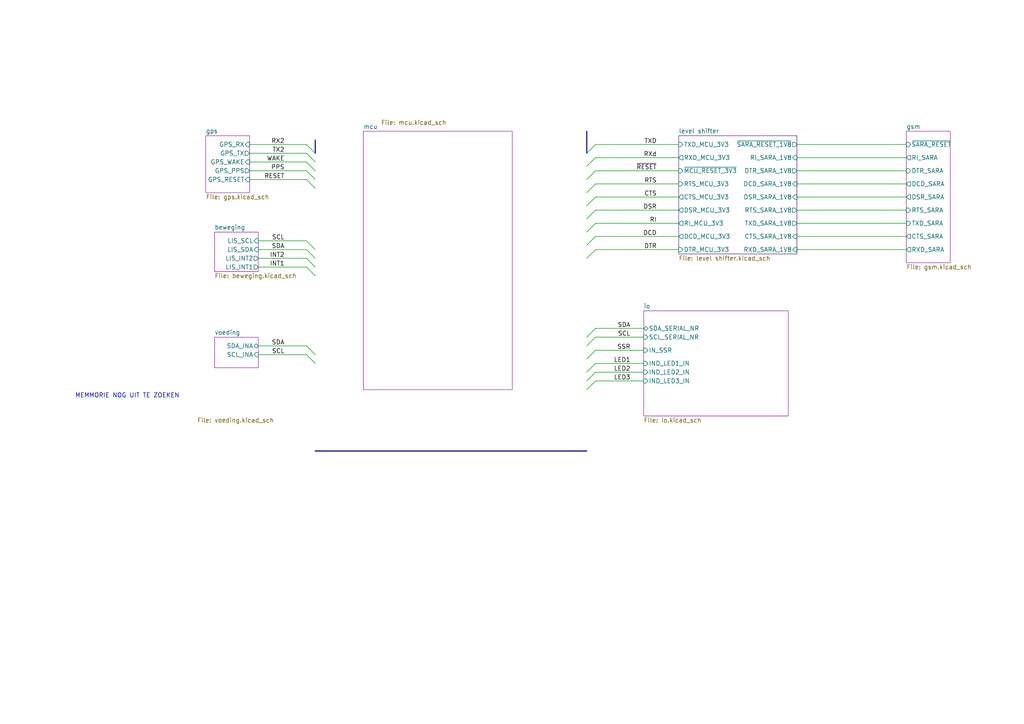
<source format=kicad_sch>
(kicad_sch (version 20210126) (generator eeschema)
  (paper "A4")
  (title_block (title "Asset tracker") (date "2021-04-22") (rev "V0") (company "eurocircutis"))
  (lib_symbols)
  (bus_entry (at 88.9 41.91) (size 2.54 2.54) (stroke (width 0.1524)))
  (bus_entry (at 88.9 44.45) (size 2.54 2.54) (stroke (width 0.1524)))
  (bus_entry (at 88.9 46.99) (size 2.54 2.54) (stroke (width 0.1524)))
  (bus_entry (at 88.9 49.53) (size 2.54 2.54) (stroke (width 0.1524)))
  (bus_entry (at 88.9 52.07) (size 2.54 2.54) (stroke (width 0.1524)))
  (bus_entry (at 88.9 69.85) (size 2.54 2.54) (stroke (width 0.1524)))
  (bus_entry (at 88.9 72.39) (size 2.54 2.54) (stroke (width 0.1524)))
  (bus_entry (at 88.9 74.93) (size 2.54 2.54) (stroke (width 0.1524)))
  (bus_entry (at 88.9 77.47) (size 2.54 2.54) (stroke (width 0.1524)))
  (bus_entry (at 88.9 100.33) (size 2.54 2.54) (stroke (width 0.1524)))
  (bus_entry (at 88.9 102.87) (size 2.54 2.54) (stroke (width 0.1524)))
  (bus_entry (at 170.18 44.45) (size 2.54 -2.54) (stroke (width 0.1524)))
  (bus_entry (at 170.18 48.26) (size 2.54 -2.54) (stroke (width 0.1524)))
  (bus_entry (at 170.18 97.79) (size 2.54 -2.54) (stroke (width 0.1524)))
  (bus_entry (at 170.18 100.33) (size 2.54 -2.54) (stroke (width 0.1524)))
  (bus_entry (at 170.18 104.14) (size 2.54 -2.54) (stroke (width 0.1524)))
  (bus_entry (at 170.18 107.95) (size 2.54 -2.54) (stroke (width 0.1524)))
  (bus_entry (at 170.18 110.49) (size 2.54 -2.54) (stroke (width 0.1524)))
  (bus_entry (at 170.18 113.03) (size 2.54 -2.54) (stroke (width 0.1524)))
  (bus_entry (at 172.72 49.53) (size -2.54 2.54) (stroke (width 0.1524)))
  (bus_entry (at 172.72 53.34) (size -2.54 2.54) (stroke (width 0.1524)))
  (bus_entry (at 172.72 57.15) (size -2.54 2.54) (stroke (width 0.1524)))
  (bus_entry (at 172.72 60.96) (size -2.54 2.54) (stroke (width 0.1524)))
  (bus_entry (at 172.72 64.77) (size -2.54 2.54) (stroke (width 0.1524)))
  (bus_entry (at 172.72 68.58) (size -2.54 2.54) (stroke (width 0.1524)))
  (bus_entry (at 172.72 72.39) (size -2.54 2.54) (stroke (width 0.1524)))
  (wire (pts (xy 72.39 41.91) (xy 88.9 41.91)))
  (wire (pts (xy 72.39 44.45) (xy 88.9 44.45)))
  (wire (pts (xy 72.39 46.99) (xy 88.9 46.99)))
  (wire (pts (xy 72.39 49.53) (xy 88.9 49.53)))
  (wire (pts (xy 72.39 52.07) (xy 88.9 52.07)))
  (wire (pts (xy 74.93 69.85) (xy 88.9 69.85)))
  (wire (pts (xy 74.93 72.39) (xy 88.9 72.39)))
  (wire (pts (xy 74.93 74.93) (xy 88.9 74.93)))
  (wire (pts (xy 74.93 77.47) (xy 88.9 77.47)))
  (wire (pts (xy 74.93 100.33) (xy 88.9 100.33)))
  (wire (pts (xy 74.93 102.87) (xy 88.9 102.87)))
  (wire (pts (xy 172.72 41.91) (xy 196.85 41.91)))
  (wire (pts (xy 172.72 45.72) (xy 196.85 45.72)))
  (wire (pts (xy 172.72 49.53) (xy 196.85 49.53)))
  (wire (pts (xy 172.72 53.34) (xy 196.85 53.34)))
  (wire (pts (xy 172.72 57.15) (xy 196.85 57.15)))
  (wire (pts (xy 172.72 60.96) (xy 196.85 60.96)))
  (wire (pts (xy 172.72 64.77) (xy 196.85 64.77)))
  (wire (pts (xy 172.72 68.58) (xy 196.85 68.58)))
  (wire (pts (xy 172.72 72.39) (xy 196.85 72.39)))
  (wire (pts (xy 172.72 95.25) (xy 186.69 95.25)))
  (wire (pts (xy 172.72 97.79) (xy 186.69 97.79)))
  (wire (pts (xy 172.72 101.6) (xy 186.69 101.6)))
  (wire (pts (xy 172.72 105.41) (xy 186.69 105.41)))
  (wire (pts (xy 172.72 107.95) (xy 186.69 107.95)))
  (wire (pts (xy 172.72 110.49) (xy 186.69 110.49)))
  (wire (pts (xy 231.14 41.91) (xy 262.89 41.91)))
  (wire (pts (xy 231.14 45.72) (xy 262.89 45.72)))
  (wire (pts (xy 231.14 49.53) (xy 262.89 49.53)))
  (wire (pts (xy 231.14 53.34) (xy 262.89 53.34)))
  (wire (pts (xy 231.14 57.15) (xy 262.89 57.15)))
  (wire (pts (xy 231.14 60.96) (xy 262.89 60.96)))
  (wire (pts (xy 231.14 64.77) (xy 262.89 64.77)))
  (wire (pts (xy 231.14 68.58) (xy 262.89 68.58)))
  (wire (pts (xy 231.14 72.39) (xy 262.89 72.39)))
  (bus (pts (xy 91.44 40.64) (xy 91.44 130.81)))
  (bus (pts (xy 91.44 130.81) (xy 170.18 130.81)))
  (bus (pts (xy 170.18 38.1) (xy 170.18 130.81)))
  (text "MEMMORIE NOG UIT TE ZOEKEN\n" (at 52.07 115.57 180) (effects (font (size 1.27 1.27)) (justify right bottom)))
  (label "RX2" (at 82.55 41.91 180))
  (label "TX2" (at 82.55 44.45 180))
  (label "WAKE" (at 82.55 46.99 180))
  (label "PPS" (at 82.55 49.53 180))
  (label "RESET" (at 82.55 52.07 180))
  (label "SCL" (at 82.55 69.85 180))
  (label "SDA" (at 82.55 72.39 180))
  (label "INT2" (at 82.55 74.93 180))
  (label "INT1" (at 82.55 77.47 180))
  (label "SDA" (at 82.55 100.33 180))
  (label "SCL" (at 82.55 102.87 180))
  (label "SDA" (at 182.88 95.25 180))
  (label "SCL" (at 182.88 97.79 180))
  (label "SSR" (at 182.88 101.6 180))
  (label "LED1" (at 182.88 105.41 180))
  (label "LED2" (at 182.88 107.95 180))
  (label "LED3" (at 182.88 110.49 180))
  (label "TXD" (at 190.5 41.91 180))
  (label "RXd" (at 190.5 45.72 180))
  (label "~RESET" (at 190.5 49.53 180))
  (label "RTS" (at 190.5 53.34 180))
  (label "CTS" (at 190.5 57.15 180))
  (label "DSR" (at 190.5 60.96 180))
  (label "RI" (at 190.5 64.77 180))
  (label "DCD" (at 190.5 68.58 180))
  (label "DTR" (at 190.5 72.39 180))
  (sheet (at 62.23 67.31) (size 12.7 11.43) (stroke (width 0.0006) (color 132 0 132 1)) (fill (color 255 255 255 0.0000))
    (property "Sheet name" "beweging " (at 62.23 66.6743 0) (effects (justify left bottom)))
    (property "Sheet file" "beweging.kicad_sch" (at 62.23 79.2487 0) (effects (justify left top)))
    (pin "LIS_SCL" input (at 74.93 69.85 0))
    (pin "LIS_SDA" input (at 74.93 72.39 0))
    (pin "LIS_INT2" output (at 74.93 74.93 0))
    (pin "LIS_INT1" output (at 74.93 77.47 0))
  )
  (sheet (at 59.69 39.37) (size 12.7 16.51) (stroke (width 0.0006) (color 132 0 132 1)) (fill (color 255 255 255 0.0000))
    (property "Sheet name" "gps" (at 59.69 38.7343 0) (effects (justify left bottom)))
    (property "Sheet file" "gps.kicad_sch" (at 59.69 56.3887 0) (effects (justify left top)))
    (pin "GPS_RX" input (at 72.39 41.91 0))
    (pin "GPS_RESET" input (at 72.39 52.07 0))
    (pin "GPS_PPS" output (at 72.39 49.53 0))
    (pin "GPS_WAKE" input (at 72.39 46.99 0))
    (pin "GPS_TX" output (at 72.39 44.45 0))
  )
  (sheet (at 262.89 38.1) (size 12.7 38.1) (stroke (width 0.0006) (color 132 0 132 1)) (fill (color 255 255 255 0.0000))
    (property "Sheet name" "gsm" (at 262.89 37.4643 0) (effects (justify left bottom)))
    (property "Sheet file" "gsm.kicad_sch" (at 262.89 76.7087 0) (effects (justify left top)))
    (pin "~SARA_RESET" input (at 262.89 41.91 180))
    (pin "RI_SARA" output (at 262.89 45.72 180))
    (pin "DTR_SARA" input (at 262.89 49.53 180))
    (pin "DCD_SARA" output (at 262.89 53.34 180))
    (pin "DSR_SARA" output (at 262.89 57.15 180))
    (pin "RTS_SARA" input (at 262.89 60.96 180))
    (pin "TXD_SARA" input (at 262.89 64.77 180))
    (pin "CTS_SARA" output (at 262.89 68.58 180))
    (pin "RXD_SARA" output (at 262.89 72.39 180))
  )
  (sheet (at 186.69 90.17) (size 41.91 30.48) (stroke (width 0.0006) (color 132 0 132 1)) (fill (color 255 255 255 0.0000))
    (property "Sheet name" "io" (at 186.69 89.5343 0) (effects (justify left bottom)))
    (property "Sheet file" "io.kicad_sch" (at 186.69 121.1587 0) (effects (justify left top)))
    (pin "SDA_SERIAL_NR" bidirectional (at 186.69 95.25 180))
    (pin "SCL_SERIAL_NR" input (at 186.69 97.79 180))
    (pin "IN_SSR" input (at 186.69 101.6 180))
    (pin "IND_LED1_IN" input (at 186.69 105.41 180))
    (pin "IND_LED2_IN" input (at 186.69 107.95 180))
    (pin "IND_LED3_IN" input (at 186.69 110.49 180))
  )
  (sheet (at 196.85 39.37) (size 34.29 34.29) (stroke (width 0.0006) (color 52 1 132 1)) (fill (color 255 255 255 0.0000))
    (property "Sheet name" "level shifter" (at 196.85 38.7343 0) (effects (justify left bottom)))
    (property "Sheet file" "level shifter.kicad_sch" (at 196.85 74.1687 0) (effects (justify left top)))
    (pin "RXD_SARA_1V8" input (at 231.14 72.39 0))
    (pin "TXD_MCU_3V3" input (at 196.85 41.91 180))
    (pin "~SARA_RESET_1V8" output (at 231.14 41.91 0))
    (pin "RXD_MCU_3V3" output (at 196.85 45.72 180))
    (pin "TXD_SARA_1V8" output (at 231.14 64.77 0))
    (pin "~MCU_RESET_3V3" input (at 196.85 49.53 180))
    (pin "DSR_SARA_1V8" input (at 231.14 57.15 0))
    (pin "RTS_MCU_3V3" input (at 196.85 53.34 180))
    (pin "CTS_MCU_3V3" output (at 196.85 57.15 180))
    (pin "RTS_SARA_1V8" output (at 231.14 60.96 0))
    (pin "DSR_MCU_3V3" output (at 196.85 60.96 180))
    (pin "CTS_SARA_1V8" input (at 231.14 68.58 0))
    (pin "DCD_SARA_1V8" input (at 231.14 53.34 0))
    (pin "RI_MCU_3V3" output (at 196.85 64.77 180))
    (pin "DCD_MCU_3V3" output (at 196.85 68.58 180))
    (pin "RI_SARA_1V8" input (at 231.14 45.72 0))
    (pin "DTR_MCU_3V3" input (at 196.85 72.39 180))
    (pin "DTR_SARA_1V8" output (at 231.14 49.53 0))
  )
  (sheet (at 105.41 38.1) (size 43.18 74.93) (stroke (width 0.0006) (color 132 0 132 1)) (fill (color 255 255 255 0.0000))
    (property "Sheet name" "mcu" (at 105.41 37.4643 0) (effects (justify left bottom)))
    (property "Sheet file" "mcu.kicad_sch" (at 110.49 34.7987 0) (effects (justify left top)))
  )
  (sheet (at 62.23 97.79) (size 12.7 8.89) (stroke (width 0.0006) (color 132 0 132 1)) (fill (color 255 255 255 0.0000))
    (property "Sheet name" "voeding" (at 62.23 97.1543 0) (effects (justify left bottom)))
    (property "Sheet file" "voeding.kicad_sch" (at 57.15 121.1587 0) (effects (justify left top)))
    (pin "SDA_INA" bidirectional (at 74.93 100.33 0))
    (pin "SCL_INA" input (at 74.93 102.87 0))
  )
)
</source>
